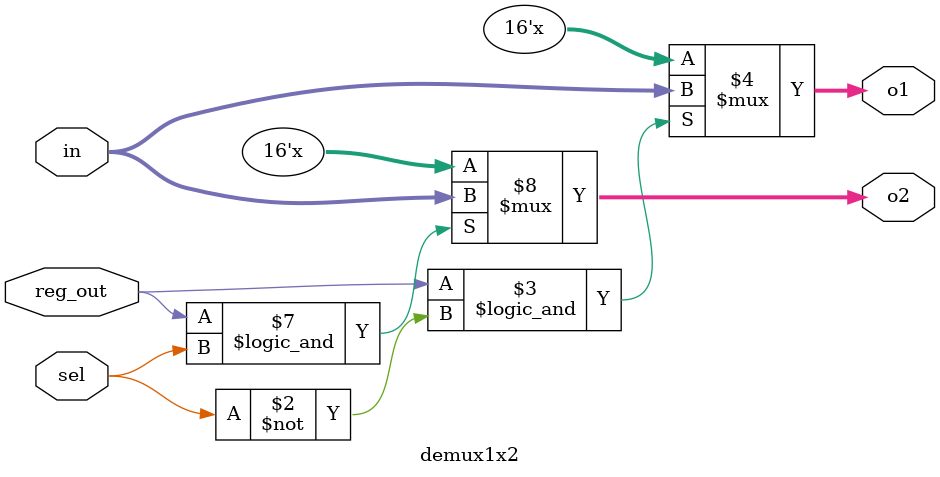
<source format=v>
module demux1x2(in,o1,o2,reg_out,sel);
input [15:0] in;
output [15:0] o1,o2; 
input sel,reg_out;
assign o1=(reg_out==1'b1 && sel==1'b0)?in:16'bz;//-----Reg_To_Bus_A
assign o2=(reg_out==1'b1 && sel==1'b1)?in:16'bz;//-----Reg_To_Bus_B
endmodule 
</source>
